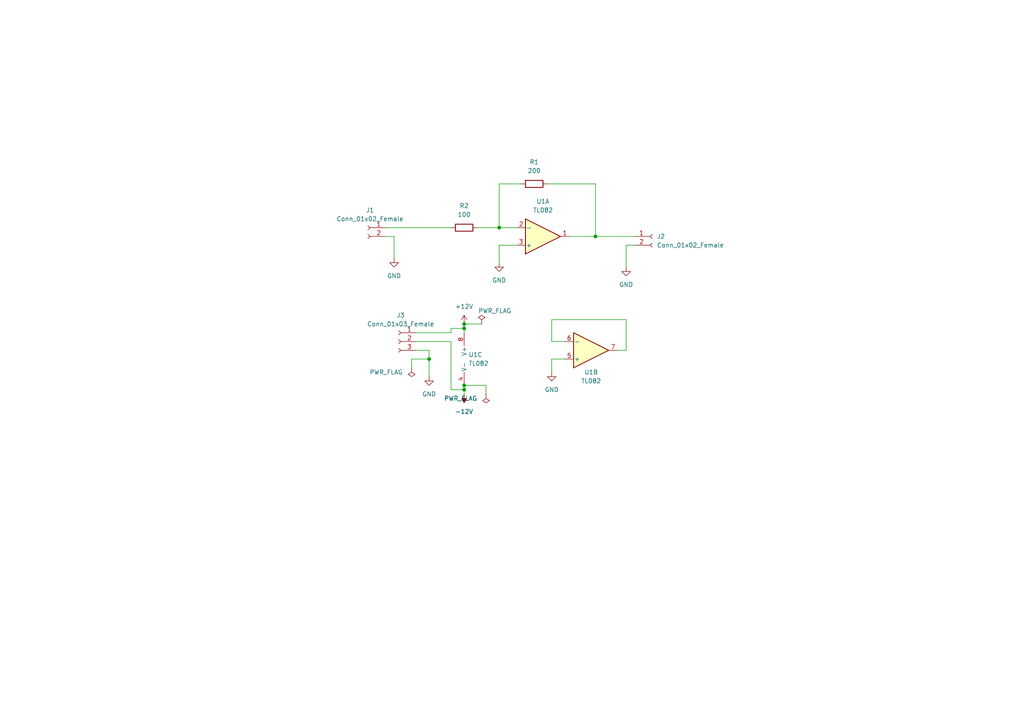
<source format=kicad_sch>
(kicad_sch (version 20211123) (generator eeschema)
  (paper "A4")
  (title_block (title "Inverting amplifier circuit") (date "2022-12-02") (rev "0") (company "Mitsuru Sato") (comment 1 "Comment1") (comment 2 "Comment2") (comment 3 "Comment3"))
  (lib_symbols
    (symbol "Amplifier_Operational:TL082" (pin_names (offset 0.127))
      (property "Reference" "U" (at 0 5.08 0))
      (property "Value" "TL082" (at 0 -5.08 0))
      (symbol "TL082_1_1"
        (polyline (pts (xy -5.08 5.08) (xy 5.08 0) (xy -5.08 -5.08) (xy -5.08 5.08)) (stroke (width 0.254)) (fill (type background)))
        (pin output line (at 7.62 0 180) (length 2.54) (name "~") (number "1"))
        (pin input line (at -7.62 -2.54 0) (length 2.54) (name "-") (number "2"))
        (pin input line (at -7.62 2.54 0) (length 2.54) (name "+") (number "3"))
      )
      (symbol "TL082_2_1"
        (polyline (pts (xy -5.08 5.08) (xy 5.08 0) (xy -5.08 -5.08) (xy -5.08 5.08)) (stroke (width 0.254)) (fill (type background)))
        (pin input line (at -7.62 2.54 0) (length 2.54) (name "+") (number "5"))
        (pin input line (at -7.62 -2.54 0) (length 2.54) (name "-") (number "6"))
        (pin output line (at 7.62 0 180) (length 2.54) (name "~") (number "7"))
      )
      (symbol "TL082_3_1"
        (pin power_in line (at -2.54 -7.62 90) (length 3.81) (name "V-") (number "4"))
        (pin power_in line (at -2.54 7.62 270) (length 3.81) (name "V+") (number "8"))
      )
    )
    (symbol "Connector:Conn_01x02_Female" (pin_names (offset 1.016) hide)
      (property "Reference" "J" (at 0 2.54 0))
      (property "Value" "Conn_01x02_Female" (at 0 -5.08 0))
      (symbol "Conn_01x02_Female_1_1"
        (arc (start 0 -2.032) (mid -0.508 -2.54) (end 0 -3.048) (stroke (width 0.1524)))
        (polyline (pts (xy -1.27 -2.54) (xy -0.508 -2.54)) (stroke (width 0.1524)))
        (polyline (pts (xy -1.27 0) (xy -0.508 0)) (stroke (width 0.1524)))
        (arc (start 0 0.508) (mid -0.508 0) (end 0 -0.508) (stroke (width 0.1524)))
        (pin passive line (at -5.08 0 0) (length 3.81) (name "Pin_1") (number "1"))
        (pin passive line (at -5.08 -2.54 0) (length 3.81) (name "Pin_2") (number "2"))
      )
    )
    (symbol "Connector:Conn_01x03_Female" (pin_names (offset 1.016) hide)
      (property "Reference" "J" (at 0 5.08 0))
      (property "Value" "Conn_01x03_Female" (at 0 -5.08 0))
      (symbol "Conn_01x03_Female_1_1"
        (arc (start 0 -2.032) (mid -0.508 -2.54) (end 0 -3.048) (stroke (width 0.1524)))
        (polyline (pts (xy -1.27 -2.54) (xy -0.508 -2.54)) (stroke (width 0.1524)))
        (polyline (pts (xy -1.27 0) (xy -0.508 0)) (stroke (width 0.1524)))
        (polyline (pts (xy -1.27 2.54) (xy -0.508 2.54)) (stroke (width 0.1524)))
        (arc (start 0 0.508) (mid -0.508 0) (end 0 -0.508) (stroke (width 0.1524)))
        (arc (start 0 3.048) (mid -0.508 2.54) (end 0 2.032) (stroke (width 0.1524)))
        (pin passive line (at -5.08 2.54 0) (length 3.81) (name "Pin_1") (number "1"))
        (pin passive line (at -5.08 0 0) (length 3.81) (name "Pin_2") (number "2"))
        (pin passive line (at -5.08 -2.54 0) (length 3.81) (name "Pin_3") (number "3"))
      )
    )
    (symbol "Device:R" (pin_numbers hide) (pin_names (offset 0))
      (property "Reference" "R" (at 2.032 0 90))
      (property "Value" "R" (at 0 0 90))
      (symbol "R_0_1"
        (rectangle (start -1.016 -2.54) (end 1.016 2.54) (stroke (width 0.254)))
      )
      (symbol "R_1_1"
        (pin passive line (at 0 3.81 270) (length 1.27) (name "~") (number "1"))
        (pin passive line (at 0 -3.81 90) (length 1.27) (name "~") (number "2"))
      )
    )
    (symbol "power:+12V" (power) (pin_names (offset 0))
      (property "Value" "+12V" (at 0 3.556 0))
      (symbol "+12V_0_1"
        (polyline (pts (xy -0.762 1.27) (xy 0 2.54)))
        (polyline (pts (xy 0 0) (xy 0 2.54)))
        (polyline (pts (xy 0 2.54) (xy 0.762 1.27)))
      )
      (symbol "+12V_1_1"
        (pin power_in line (at 0 0 90) (length 0) hide (name "+12V") (number "1"))
      )
    )
    (symbol "power:-12V" (power) (pin_names (offset 0))
      (property "Value" "-12V" (at 0 3.81 0))
      (symbol "-12V_0_0"
        (pin power_in line (at 0 0 90) (length 0) hide (name "-12V") (number "1"))
      )
      (symbol "-12V_0_1"
        (polyline (pts (xy 0 0) (xy 0 1.27) (xy 0.762 1.27) (xy 0 2.54) (xy -0.762 1.27) (xy 0 1.27)) (fill (type outline)))
      )
    )
    (symbol "power:GND" (power) (pin_names (offset 0))
      (property "Value" "GND" (at 0 -3.81 0))
      (symbol "GND_0_1"
        (polyline (pts (xy 0 0) (xy 0 -1.27) (xy 1.27 -1.27) (xy 0 -2.54) (xy -1.27 -1.27) (xy 0 -1.27)))
      )
      (symbol "GND_1_1"
        (pin power_in line (at 0 0 270) (length 0) hide (name "GND") (number "1"))
      )
    )
    (symbol "power:PWR_FLAG" (power) (pin_numbers hide) (pin_names (offset 0) hide)
      (property "Value" "PWR_FLAG" (at 0 3.81 0))
      (symbol "PWR_FLAG_0_0"
        (pin power_out line (at 0 0 90) (length 0) (name "pwr") (number "1"))
      )
      (symbol "PWR_FLAG_0_1"
        (polyline (pts (xy 0 0) (xy 0 1.27) (xy -1.016 1.905) (xy 0 2.54) (xy 1.016 1.905) (xy 0 1.27)))
      )
    )
  )
  (junction (at 134.62 95.25))
  (junction (at 134.62 93.98))
  (junction (at 124.46 104.14))
  (junction (at 134.62 111.76))
  (junction (at 172.72 68.58))
  (junction (at 134.62 113.03))
  (junction (at 144.78 66.04))
  (wire (pts (xy 138.43 66.04) (xy 144.78 66.04)))
  (wire (pts (xy 158.75 53.34) (xy 172.72 53.34)))
  (wire (pts (xy 120.65 101.6) (xy 124.46 101.6)))
  (wire (pts (xy 134.62 93.98) (xy 134.62 95.25)))
  (wire (pts (xy 134.62 111.76) (xy 140.97 111.76)))
  (wire (pts (xy 124.46 101.6) (xy 124.46 104.14)))
  (wire (pts (xy 144.78 76.2) (xy 144.78 71.12)))
  (wire (pts (xy 120.65 96.52) (xy 130.81 96.52)))
  (wire (pts (xy 144.78 71.12) (xy 149.86 71.12)))
  (wire (pts (xy 163.83 104.14) (xy 160.02 104.14)))
  (wire (pts (xy 130.81 113.03) (xy 134.62 113.03)))
  (wire (pts (xy 130.81 99.06) (xy 130.81 113.03)))
  (wire (pts (xy 134.62 113.03) (xy 134.62 114.3)))
  (wire (pts (xy 119.38 104.14) (xy 119.38 106.68)))
  (wire (pts (xy 181.61 101.6) (xy 179.07 101.6)))
  (wire (pts (xy 124.46 104.14) (xy 124.46 109.22)))
  (wire (pts (xy 172.72 68.58) (xy 184.15 68.58)))
  (wire (pts (xy 120.65 99.06) (xy 130.81 99.06)))
  (wire (pts (xy 124.46 104.14) (xy 119.38 104.14)))
  (wire (pts (xy 144.78 66.04) (xy 149.86 66.04)))
  (wire (pts (xy 163.83 99.06) (xy 160.02 99.06)))
  (wire (pts (xy 111.76 68.58) (xy 114.3 68.58)))
  (wire (pts (xy 144.78 66.04) (xy 144.78 53.34)))
  (wire (pts (xy 111.76 66.04) (xy 130.81 66.04)))
  (wire (pts (xy 130.81 95.25) (xy 134.62 95.25)))
  (wire (pts (xy 140.97 111.76) (xy 140.97 114.3)))
  (wire (pts (xy 181.61 71.12) (xy 181.61 77.47)))
  (wire (pts (xy 134.62 95.25) (xy 134.62 96.52)))
  (wire (pts (xy 160.02 92.71) (xy 181.61 92.71)))
  (wire (pts (xy 181.61 92.71) (xy 181.61 101.6)))
  (wire (pts (xy 130.81 96.52) (xy 130.81 95.25)))
  (wire (pts (xy 172.72 68.58) (xy 165.1 68.58)))
  (wire (pts (xy 114.3 68.58) (xy 114.3 74.93)))
  (wire (pts (xy 144.78 53.34) (xy 151.13 53.34)))
  (wire (pts (xy 134.62 111.76) (xy 134.62 113.03)))
  (wire (pts (xy 184.15 71.12) (xy 181.61 71.12)))
  (wire (pts (xy 134.62 93.98) (xy 139.7 93.98)))
  (wire (pts (xy 160.02 104.14) (xy 160.02 107.95)))
  (wire (pts (xy 160.02 99.06) (xy 160.02 92.71)))
  (wire (pts (xy 172.72 53.34) (xy 172.72 68.58)))
  (symbol (lib_id "power:PWR_FLAG") (at 140.97 114.3 0) (mirror x) (unit 1)
    (property "Reference" "#FLG03" (effects hide))
    (property "Value" "PWR_FLAG" (at 138.43 115.5699 0) (effects (justify right)))
  )
  (symbol (lib_id "Amplifier_Operational:TL082") (at 137.16 104.14 0) (unit 3)
    (property "Reference" "U1" (at 135.89 102.8699 0) (effects (justify left)))
    (property "Value" "TL082" (at 135.89 105.4099 0) (effects (justify left)))
    (property "Footprint" "Package_DIP:DIP-8_W7.62mm" (effects hide))
    (property "Datasheet" "http://www.ti.com/lit/ds/symlink/tl081.pdf" (effects hide))
  )
  (symbol (lib_id "power:GND") (at 160.02 107.95 0) (unit 1)
    (property "Reference" "#PWR05" (effects hide))
    (property "Value" "GND" (at 160.02 113.03 0))
  )
  (symbol (lib_id "power:PWR_FLAG") (at 139.7 93.98 0) (unit 1)
    (property "Reference" "#FLG01" (effects hide))
    (property "Value" "PWR_FLAG" (at 143.51 90.17 0))
  )
  (symbol (lib_id "Device:R") (at 154.94 53.34 270) (unit 1)
    (property "Reference" "R1" (at 154.94 46.99 90))
    (property "Value" "200" (at 154.94 49.53 90))
    (property "Footprint" "Resistor_SMD:R_0603_1608Metric" (effects hide))
  )
  (symbol (lib_id "Device:R") (at 134.62 66.04 270) (unit 1)
    (property "Reference" "R2" (at 134.62 59.69 90))
    (property "Value" "100" (at 134.62 62.23 90))
    (property "Footprint" "Resistor_SMD:R_0603_1608Metric" (effects hide))
  )
  (symbol (lib_id "Connector:Conn_01x03_Female") (at 115.57 99.06 0) (mirror y) (unit 1)
    (property "Reference" "J3" (at 116.205 91.44 0))
    (property "Value" "Conn_01x03_Female" (at 116.205 93.98 0))
    (property "Footprint" "Connector_PinHeader_2.54mm:PinHeader_1x03_P2.54mm_Vertical" (effects hide))
  )
  (symbol (lib_id "power:GND") (at 114.3 74.93 0) (unit 1)
    (property "Reference" "#PWR01" (effects hide))
    (property "Value" "GND" (at 114.3 80.01 0))
  )
  (symbol (lib_id "power:PWR_FLAG") (at 119.38 106.68 0) (mirror x) (unit 1)
    (property "Reference" "#FLG02" (effects hide))
    (property "Value" "PWR_FLAG" (at 116.84 107.9499 0) (effects (justify right)))
  )
  (symbol (lib_id "Connector:Conn_01x02_Female") (at 106.68 66.04 0) (mirror y) (unit 1)
    (property "Reference" "J1" (at 107.315 60.96 0))
    (property "Value" "Conn_01x02_Female" (at 107.315 63.5 0))
    (property "Footprint" "Connector_PinHeader_2.54mm:PinHeader_1x02_P2.54mm_Vertical" (effects hide))
  )
  (symbol (lib_id "Amplifier_Operational:TL082") (at 157.48 68.58 0) (mirror x) (unit 1)
    (property "Reference" "U1" (at 157.48 58.42 0))
    (property "Value" "TL082" (at 157.48 60.96 0))
    (property "Footprint" "Package_DIP:DIP-8_W7.62mm" (effects hide))
    (property "Datasheet" "http://www.ti.com/lit/ds/symlink/tl081.pdf" (effects hide))
  )
  (symbol (lib_id "Connector:Conn_01x02_Female") (at 189.23 68.58 0) (unit 1)
    (property "Reference" "J2" (at 190.5 68.5799 0) (effects (justify left)))
    (property "Value" "Conn_01x02_Female" (at 190.5 71.1199 0) (effects (justify left)))
    (property "Footprint" "Connector_PinHeader_2.54mm:PinHeader_1x02_P2.54mm_Vertical" (effects hide))
  )
  (symbol (lib_id "power:GND") (at 124.46 109.22 0) (unit 1)
    (property "Reference" "#PWR06" (effects hide))
    (property "Value" "GND" (at 124.46 114.3 0))
  )
  (symbol (lib_id "power:GND") (at 181.61 77.47 0) (unit 1)
    (property "Reference" "#PWR03" (effects hide))
    (property "Value" "GND" (at 181.61 82.55 0))
  )
  (symbol (lib_id "power:GND") (at 144.78 76.2 0) (unit 1)
    (property "Reference" "#PWR02" (effects hide))
    (property "Value" "GND" (at 144.78 81.28 0))
  )
  (symbol (lib_id "power:+12V") (at 134.62 93.98 0) (unit 1)
    (property "Reference" "#PWR04" (effects hide))
    (property "Value" "+12V" (at 134.62 88.9 0))
  )
  (symbol (lib_id "Amplifier_Operational:TL082") (at 171.45 101.6 0) (mirror x) (unit 2)
    (property "Reference" "U1" (at 171.45 107.95 0))
    (property "Value" "TL082" (at 171.45 110.49 0))
    (property "Footprint" "Package_DIP:DIP-8_W7.62mm" (effects hide))
    (property "Datasheet" "http://www.ti.com/lit/ds/symlink/tl081.pdf" (effects hide))
  )
  (symbol (lib_id "power:-12V") (at 134.62 114.3 0) (mirror x) (unit 1)
    (property "Reference" "#PWR07" (effects hide))
    (property "Value" "-12V" (at 134.62 119.38 0))
  )
)
</source>
